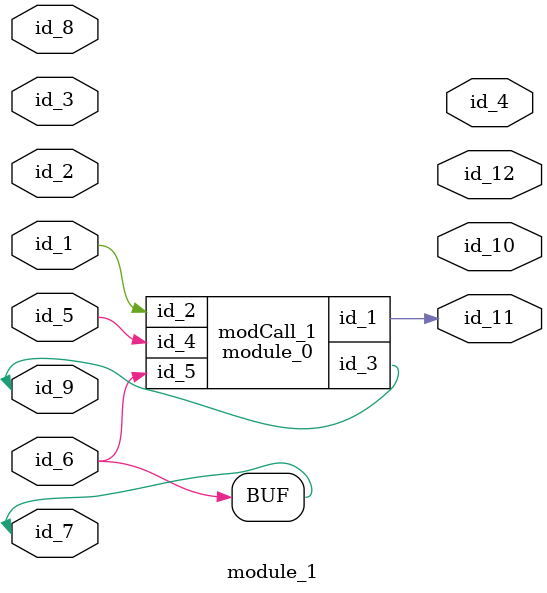
<source format=v>
module module_0 (
    id_1,
    id_2,
    id_3,
    id_4,
    id_5
);
  input wire id_5;
  input wire id_4;
  inout wire id_3;
  input wire id_2;
  output wire id_1;
endmodule
module module_1 (
    id_1,
    id_2,
    id_3,
    id_4,
    id_5,
    id_6,
    id_7,
    id_8,
    id_9,
    id_10,
    id_11,
    id_12
);
  output wire id_12;
  output wire id_11;
  output wire id_10;
  inout wire id_9;
  input wire id_8;
  inout wire id_7;
  input wire id_6;
  inout wire id_5;
  output wire id_4;
  input wire id_3;
  inout wire id_2;
  input wire id_1;
  module_0 modCall_1 (
      id_11,
      id_1,
      id_9,
      id_5,
      id_6
  );
  wire id_13;
  wire id_14;
  wire id_15;
  assign id_13 = !id_9;
  assign id_7  = id_6;
endmodule

</source>
